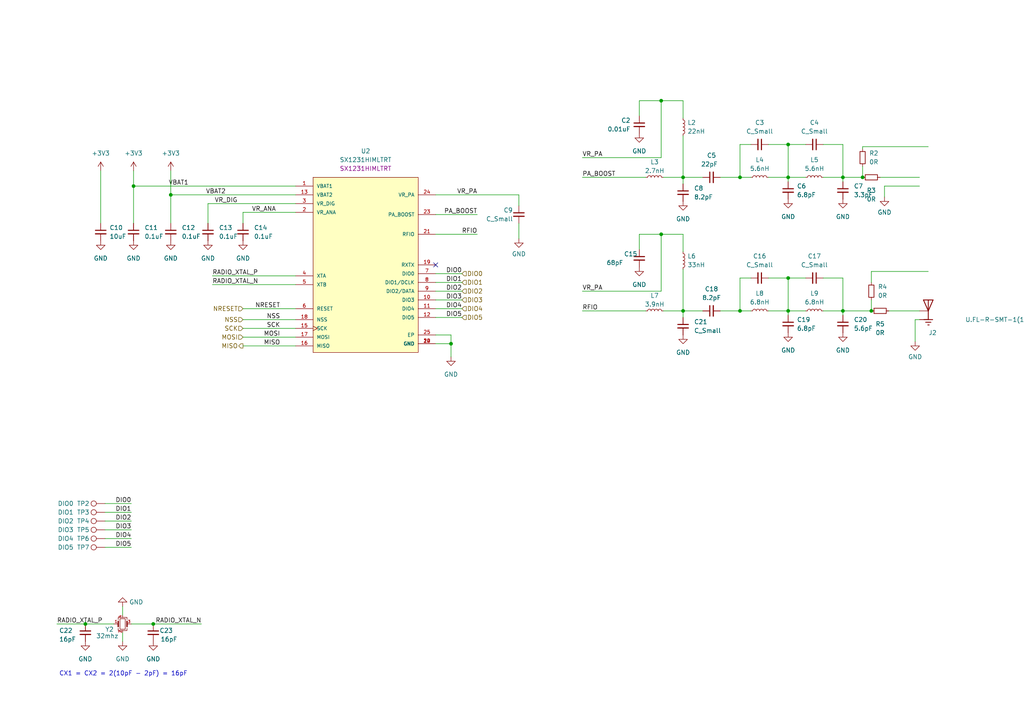
<source format=kicad_sch>
(kicad_sch (version 20211123) (generator eeschema)
  (paper "A4")
  (title_block (title "CAN RGB Controller") (date "2022-05-30") (rev "B") (company "cone.codes") (comment 1 "https://github.com/miata-bot/can-link"))
  (lib_symbols
    (symbol "ConeCodes:SX1231HIMLTRT" (pin_names (offset 1.016))
      (property "Reference" "U?" (at 0 33.02 0))
      (property "Value" "SX1231HIMLTRT" (at 0 30.48 0))
      (property "MPN" "SX1231HIMLTRT" (at 0 27.94 0))
      (symbol "SX1231HIMLTRT_0_0"
        (rectangle (start -15.24 -25.4) (end 15.24 25.4) (stroke (width 0.1524)) (fill (type background)))
        (pin power_in line (at -20.32 22.86 0) (length 5.08) (name "VBAT1") (number "1"))
        (pin bidirectional line (at 20.32 -10.16 180) (length 5.08) (name "DIO3") (number "10"))
        (pin bidirectional line (at 20.32 -12.7 180) (length 5.08) (name "DIO4") (number "11"))
        (pin bidirectional line (at 20.32 -15.24 180) (length 5.08) (name "DIO5") (number "12"))
        (pin power_in line (at -20.32 20.32 0) (length 5.08) (name "VBAT2") (number "13"))
        (pin power_in line (at 20.32 -22.86 180) (length 5.08) (name "GND") (number "14"))
        (pin input clock (at -20.32 -18.415 0) (length 5.08) (name "SCK") (number "15"))
        (pin output line (at -20.32 -23.495 0) (length 5.08) (name "MISO") (number "16"))
        (pin input line (at -20.32 -20.955 0) (length 5.08) (name "MOSI") (number "17"))
        (pin input line (at -20.32 -15.875 0) (length 5.08) (name "NSS") (number "18"))
        (pin output line (at 20.32 0 180) (length 5.08) (name "RXTX") (number "19"))
        (pin power_in line (at -20.32 15.24 0) (length 5.08) (name "VR_ANA") (number "2"))
        (pin power_in line (at 20.32 -22.86 180) (length 5.08) (name "GND") (number "20"))
        (pin bidirectional line (at 20.32 8.89 180) (length 5.08) (name "RFIO") (number "21"))
        (pin power_in line (at 20.32 -22.86 180) (length 5.08) (name "GND") (number "22"))
        (pin output line (at 20.32 14.605 180) (length 5.08) (name "PA_BOOST") (number "23"))
        (pin power_in line (at 20.32 20.32 180) (length 5.08) (name "VR_PA") (number "24"))
        (pin power_in line (at 20.32 -20.32 180) (length 5.08) (name "EP") (number "25"))
        (pin power_in line (at -20.32 17.78 0) (length 5.08) (name "VR_DIG") (number "3"))
        (pin bidirectional line (at -20.32 -3.175 0) (length 5.08) (name "XTA") (number "4"))
        (pin bidirectional line (at -20.32 -5.715 0) (length 5.08) (name "XTB") (number "5"))
        (pin bidirectional line (at -20.32 -12.7 0) (length 5.08) (name "RESET") (number "6"))
        (pin bidirectional line (at 20.32 -2.54 180) (length 5.08) (name "DIO0") (number "7"))
        (pin bidirectional line (at 20.32 -5.08 180) (length 5.08) (name "DIO1/DCLK") (number "8"))
        (pin bidirectional line (at 20.32 -7.62 180) (length 5.08) (name "DIO2/DATA") (number "9"))
      )
    )
    (symbol "Connector:TestPoint" (pin_numbers hide) (pin_names (offset 0.762) hide)
      (property "Reference" "TP" (at 0 6.858 0))
      (property "Value" "TestPoint" (at 0 5.08 0))
      (symbol "TestPoint_0_1"
        (circle (center 0 3.302) (radius 0.762))
      )
      (symbol "TestPoint_1_1"
        (pin passive line (at 0 0 90) (length 2.54) (name "1") (number "1"))
      )
    )
    (symbol "Device:C_Small" (pin_numbers hide) (pin_names (offset 0.254) hide)
      (property "Reference" "C" (at 0.254 1.778 0))
      (property "Value" "C_Small" (at 0.254 -2.032 0))
      (symbol "C_Small_0_1"
        (polyline (pts (xy -1.524 -0.508) (xy 1.524 -0.508)) (stroke (width 0.3302)))
        (polyline (pts (xy -1.524 0.508) (xy 1.524 0.508)) (stroke (width 0.3048)))
      )
      (symbol "C_Small_1_1"
        (pin passive line (at 0 2.54 270) (length 2.032) (name "~") (number "1"))
        (pin passive line (at 0 -2.54 90) (length 2.032) (name "~") (number "2"))
      )
    )
    (symbol "Device:Crystal_GND24_Small" (pin_names (offset 1.016) hide)
      (property "Reference" "Y" (at 1.27 4.445 0))
      (property "Value" "Crystal_GND24_Small" (at 1.27 2.54 0))
      (symbol "Crystal_GND24_Small_0_1"
        (rectangle (start -0.762 -1.524) (end 0.762 1.524))
        (polyline (pts (xy -1.27 -0.762) (xy -1.27 0.762)) (stroke (width 0.381)))
        (polyline (pts (xy 1.27 -0.762) (xy 1.27 0.762)) (stroke (width 0.381)))
        (polyline (pts (xy -1.27 -1.27) (xy -1.27 -1.905) (xy 1.27 -1.905) (xy 1.27 -1.27)))
        (polyline (pts (xy -1.27 1.27) (xy -1.27 1.905) (xy 1.27 1.905) (xy 1.27 1.27)))
      )
      (symbol "Crystal_GND24_Small_1_1"
        (pin passive line (at -2.54 0 0) (length 1.27) (name "1") (number "1"))
        (pin passive line (at 0 -2.54 90) (length 0.635) (name "2") (number "2"))
        (pin passive line (at 2.54 0 180) (length 1.27) (name "3") (number "3"))
        (pin passive line (at 0 2.54 270) (length 0.635) (name "4") (number "4"))
      )
    )
    (symbol "Device:L_Small" (pin_numbers hide) (pin_names (offset 0.254) hide)
      (property "Reference" "L" (at 0.762 1.016 0))
      (property "Value" "L_Small" (at 0.762 -1.016 0))
      (symbol "L_Small_0_1"
        (arc (start 0 -2.032) (mid 0.508 -1.524) (end 0 -1.016))
        (arc (start 0 -1.016) (mid 0.508 -0.508) (end 0 0))
        (arc (start 0 0) (mid 0.508 0.508) (end 0 1.016))
        (arc (start 0 1.016) (mid 0.508 1.524) (end 0 2.032))
      )
      (symbol "L_Small_1_1"
        (pin passive line (at 0 2.54 270) (length 0.508) (name "~") (number "1"))
        (pin passive line (at 0 -2.54 90) (length 0.508) (name "~") (number "2"))
      )
    )
    (symbol "Device:R_Small" (pin_numbers hide) (pin_names (offset 0.254) hide)
      (property "Reference" "R" (at 0.762 0.508 0))
      (property "Value" "R_Small" (at 0.762 -1.016 0))
      (symbol "R_Small_0_1"
        (rectangle (start -0.762 1.778) (end 0.762 -1.778) (stroke (width 0.2032)))
      )
      (symbol "R_Small_1_1"
        (pin passive line (at 0 2.54 270) (length 0.762) (name "~") (number "1"))
        (pin passive line (at 0 -2.54 90) (length 0.762) (name "~") (number "2"))
      )
    )
    (symbol "U.FL-R-SMT-1_10_:U.FL-R-SMT-1(10)" (pin_numbers hide) (pin_names (offset 1.016) hide)
      (property "Reference" "J" (at -2.54 5.08 0))
      (property "Value" "U.FL-R-SMT-1(10)" (at -2.667 -7.6454 0))
      (symbol "U.FL-R-SMT-1(10)_0_0"
        (polyline (pts (xy -1.397 3.175) (xy 0 3.175)) (stroke (width 0.254)))
        (polyline (pts (xy -0.762 -3.302) (xy 0.762 -3.302)) (stroke (width 0.254)))
        (polyline (pts (xy -0.127 -4.064) (xy 0.254 -4.064)) (stroke (width 0.254)))
        (polyline (pts (xy 0 -2.54) (xy -1.27 -2.54)) (stroke (width 0.254)))
        (polyline (pts (xy 0 -2.54) (xy 1.27 -2.54)) (stroke (width 0.254)))
        (polyline (pts (xy 0 0) (xy -1.397 3.175)) (stroke (width 0.254)))
        (polyline (pts (xy 0 0) (xy 0 -2.54)) (stroke (width 0.254)))
        (polyline (pts (xy 0 3.175) (xy 0 0)) (stroke (width 0.254)))
        (polyline (pts (xy 0 3.175) (xy 1.397 3.175)) (stroke (width 0.254)))
        (polyline (pts (xy 1.397 3.175) (xy 0 0)) (stroke (width 0.254)))
        (pin passive line (at -2.54 -2.54 0) (length 2.54) (name "~") (number "1"))
        (pin passive line (at -2.54 0 0) (length 2.54) (name "~") (number "2"))
        (pin passive line (at -2.54 -2.54 0) (length 2.54) (name "~") (number "3"))
      )
    )
    (symbol "power:+3V3" (power) (pin_names (offset 0))
      (property "Value" "+3V3" (at 0 3.556 0))
      (symbol "+3V3_0_1"
        (polyline (pts (xy -0.762 1.27) (xy 0 2.54)))
        (polyline (pts (xy 0 0) (xy 0 2.54)))
        (polyline (pts (xy 0 2.54) (xy 0.762 1.27)))
      )
      (symbol "+3V3_1_1"
        (pin power_in line (at 0 0 90) (length 0) hide (name "+3V3") (number "1"))
      )
    )
    (symbol "power:GND" (power) (pin_names (offset 0))
      (property "Value" "GND" (at 0 -3.81 0))
      (symbol "GND_0_1"
        (polyline (pts (xy 0 0) (xy 0 -1.27) (xy 1.27 -1.27) (xy 0 -2.54) (xy -1.27 -1.27) (xy 0 -1.27)))
      )
      (symbol "GND_1_1"
        (pin power_in line (at 0 0 270) (length 0) hide (name "GND") (number "1"))
      )
    )
  )
  (junction (at 244.475 90.17))
  (junction (at 244.475 51.435))
  (junction (at 49.53 56.515))
  (junction (at 191.77 29.21))
  (junction (at 198.12 90.17))
  (junction (at 44.45 180.975))
  (junction (at 252.73 90.17))
  (junction (at 191.77 67.945))
  (junction (at 38.735 53.975))
  (junction (at 250.19 51.435))
  (junction (at 228.6 90.17))
  (junction (at 24.765 180.975))
  (junction (at 228.6 51.435))
  (junction (at 228.6 41.91))
  (junction (at 130.81 99.695))
  (junction (at 214.63 51.435))
  (junction (at 214.63 90.17))
  (junction (at 198.12 51.435))
  (junction (at 228.6 80.645))
  (no_connect (at 126.365 76.835))
  (wire (pts (xy 185.42 67.945) (xy 185.42 72.39)))
  (wire (pts (xy 252.73 81.915) (xy 252.73 78.74)))
  (wire (pts (xy 214.63 90.17) (xy 217.805 90.17)))
  (wire (pts (xy 30.48 146.05) (xy 38.1 146.05)))
  (wire (pts (xy 250.19 48.26) (xy 250.19 51.435)))
  (wire (pts (xy 61.595 82.55) (xy 85.725 82.55)))
  (wire (pts (xy 191.77 67.945) (xy 191.77 84.455)))
  (wire (pts (xy 35.56 183.515) (xy 35.56 186.055)))
  (wire (pts (xy 255.27 51.435) (xy 266.7 51.435)))
  (wire (pts (xy 130.81 99.695) (xy 130.81 97.155)))
  (wire (pts (xy 150.495 59.69) (xy 150.495 56.515)))
  (wire (pts (xy 49.53 49.53) (xy 49.53 56.515)))
  (wire (pts (xy 244.475 51.435) (xy 250.19 51.435)))
  (wire (pts (xy 126.365 67.945) (xy 138.43 67.945)))
  (wire (pts (xy 126.365 81.915) (xy 133.985 81.915)))
  (wire (pts (xy 244.475 80.645) (xy 244.475 90.17)))
  (wire (pts (xy 70.485 97.79) (xy 85.725 97.79)))
  (wire (pts (xy 238.76 51.435) (xy 244.475 51.435)))
  (wire (pts (xy 44.45 180.975) (xy 58.42 180.975)))
  (wire (pts (xy 244.475 90.17) (xy 252.73 90.17)))
  (wire (pts (xy 168.91 45.72) (xy 191.77 45.72)))
  (wire (pts (xy 222.885 41.91) (xy 228.6 41.91)))
  (wire (pts (xy 70.485 89.535) (xy 85.725 89.535)))
  (wire (pts (xy 265.43 92.71) (xy 266.7 92.71)))
  (wire (pts (xy 168.91 90.17) (xy 187.325 90.17)))
  (wire (pts (xy 214.63 41.91) (xy 214.63 51.435)))
  (wire (pts (xy 85.725 61.595) (xy 70.485 61.595)))
  (wire (pts (xy 256.54 53.975) (xy 256.54 57.15)))
  (wire (pts (xy 24.765 180.975) (xy 33.02 180.975)))
  (wire (pts (xy 238.76 41.91) (xy 244.475 41.91)))
  (wire (pts (xy 192.405 51.435) (xy 198.12 51.435)))
  (wire (pts (xy 208.915 90.17) (xy 214.63 90.17)))
  (wire (pts (xy 265.43 92.71) (xy 265.43 99.06)))
  (wire (pts (xy 250.19 42.545) (xy 250.19 43.18)))
  (wire (pts (xy 185.42 29.21) (xy 185.42 33.655)))
  (wire (pts (xy 228.6 41.91) (xy 228.6 51.435)))
  (wire (pts (xy 222.885 80.645) (xy 228.6 80.645)))
  (wire (pts (xy 198.12 90.17) (xy 198.12 92.075)))
  (wire (pts (xy 198.12 34.29) (xy 198.12 29.21)))
  (wire (pts (xy 238.76 90.17) (xy 244.475 90.17)))
  (wire (pts (xy 256.54 53.975) (xy 266.7 53.975)))
  (wire (pts (xy 228.6 51.435) (xy 233.68 51.435)))
  (wire (pts (xy 252.73 86.995) (xy 252.73 90.17)))
  (wire (pts (xy 228.6 41.91) (xy 233.68 41.91)))
  (wire (pts (xy 70.485 61.595) (xy 70.485 64.77)))
  (wire (pts (xy 269.24 42.545) (xy 250.19 42.545)))
  (wire (pts (xy 49.53 56.515) (xy 49.53 64.77)))
  (wire (pts (xy 228.6 90.17) (xy 233.68 90.17)))
  (wire (pts (xy 168.91 51.435) (xy 187.325 51.435)))
  (wire (pts (xy 222.885 90.17) (xy 228.6 90.17)))
  (wire (pts (xy 257.81 90.17) (xy 266.7 90.17)))
  (wire (pts (xy 85.725 59.055) (xy 60.325 59.055)))
  (wire (pts (xy 198.12 90.17) (xy 203.835 90.17)))
  (wire (pts (xy 35.56 175.895) (xy 35.56 178.435)))
  (wire (pts (xy 70.485 92.71) (xy 85.725 92.71)))
  (wire (pts (xy 217.805 80.645) (xy 214.63 80.645)))
  (wire (pts (xy 30.48 158.75) (xy 38.1 158.75)))
  (wire (pts (xy 198.12 51.435) (xy 198.12 53.34)))
  (wire (pts (xy 126.365 79.375) (xy 133.985 79.375)))
  (wire (pts (xy 198.12 51.435) (xy 203.835 51.435)))
  (wire (pts (xy 126.365 89.535) (xy 133.985 89.535)))
  (wire (pts (xy 126.365 99.695) (xy 130.81 99.695)))
  (wire (pts (xy 70.485 95.25) (xy 85.725 95.25)))
  (wire (pts (xy 198.12 39.37) (xy 198.12 51.435)))
  (wire (pts (xy 60.325 59.055) (xy 60.325 64.77)))
  (wire (pts (xy 30.48 153.67) (xy 38.1 153.67)))
  (wire (pts (xy 191.77 67.945) (xy 185.42 67.945)))
  (wire (pts (xy 244.475 90.17) (xy 244.475 91.44)))
  (wire (pts (xy 208.915 51.435) (xy 214.63 51.435)))
  (wire (pts (xy 222.885 51.435) (xy 228.6 51.435)))
  (wire (pts (xy 16.51 180.975) (xy 24.765 180.975)))
  (wire (pts (xy 252.73 78.74) (xy 269.24 78.74)))
  (wire (pts (xy 198.12 78.105) (xy 198.12 90.17)))
  (wire (pts (xy 192.405 90.17) (xy 198.12 90.17)))
  (wire (pts (xy 70.485 100.33) (xy 85.725 100.33)))
  (wire (pts (xy 214.63 51.435) (xy 217.805 51.435)))
  (wire (pts (xy 38.735 53.975) (xy 38.735 64.77)))
  (wire (pts (xy 130.81 97.155) (xy 126.365 97.155)))
  (wire (pts (xy 49.53 56.515) (xy 85.725 56.515)))
  (wire (pts (xy 38.735 49.53) (xy 38.735 53.975)))
  (wire (pts (xy 30.48 151.13) (xy 38.1 151.13)))
  (wire (pts (xy 198.12 29.21) (xy 191.77 29.21)))
  (wire (pts (xy 38.1 180.975) (xy 44.45 180.975)))
  (wire (pts (xy 150.495 64.77) (xy 150.495 69.215)))
  (wire (pts (xy 228.6 90.17) (xy 228.6 91.44)))
  (wire (pts (xy 126.365 56.515) (xy 150.495 56.515)))
  (wire (pts (xy 29.21 49.53) (xy 29.21 64.77)))
  (wire (pts (xy 168.91 84.455) (xy 191.77 84.455)))
  (wire (pts (xy 38.735 53.975) (xy 85.725 53.975)))
  (wire (pts (xy 126.365 86.995) (xy 133.985 86.995)))
  (wire (pts (xy 244.475 51.435) (xy 244.475 52.705)))
  (wire (pts (xy 191.77 29.21) (xy 191.77 45.72)))
  (wire (pts (xy 244.475 41.91) (xy 244.475 51.435)))
  (wire (pts (xy 30.48 156.21) (xy 38.1 156.21)))
  (wire (pts (xy 130.81 103.505) (xy 130.81 99.695)))
  (wire (pts (xy 217.805 41.91) (xy 214.63 41.91)))
  (wire (pts (xy 198.12 73.025) (xy 198.12 67.945)))
  (wire (pts (xy 198.12 67.945) (xy 191.77 67.945)))
  (wire (pts (xy 228.6 51.435) (xy 228.6 52.705)))
  (wire (pts (xy 228.6 80.645) (xy 228.6 90.17)))
  (wire (pts (xy 30.48 148.59) (xy 38.1 148.59)))
  (wire (pts (xy 228.6 80.645) (xy 233.68 80.645)))
  (wire (pts (xy 214.63 80.645) (xy 214.63 90.17)))
  (wire (pts (xy 191.77 29.21) (xy 185.42 29.21)))
  (wire (pts (xy 61.595 80.01) (xy 85.725 80.01)))
  (wire (pts (xy 126.365 92.075) (xy 133.985 92.075)))
  (wire (pts (xy 238.76 80.645) (xy 244.475 80.645)))
  (wire (pts (xy 126.365 84.455) (xy 133.985 84.455)))
  (wire (pts (xy 126.365 62.23) (xy 138.43 62.23)))
  (text "CX1 = CX2 = 2(10pF - 2pF) = 16pF" (at 17.145 196.215 0) (effects (font (size 1.27 1.27)) (justify left bottom)))
  (label "DIO2" (at 38.1 151.13 180))
  (label "DIO3" (at 133.985 86.995 180))
  (label "DIO5" (at 133.985 92.075 180))
  (label "RADIO_XTAL_P" (at 16.51 180.975 0))
  (label "DIO2" (at 133.985 84.455 180))
  (label "DIO1" (at 133.985 81.915 180))
  (label "DIO1" (at 38.1 148.59 180))
  (label "NSS" (at 81.28 92.71 180))
  (label "DIO4" (at 133.985 89.535 180))
  (label "DIO0" (at 133.985 79.375 180))
  (label "PA_BOOST" (at 168.91 51.435 0))
  (label "PA_BOOST" (at 138.43 62.23 180))
  (label "DIO4" (at 38.1 156.21 180))
  (label "DIO5" (at 38.1 158.75 180))
  (label "RFIO" (at 138.43 67.945 180))
  (label "MISO" (at 81.28 100.33 180))
  (label "VR_PA" (at 138.43 56.515 180))
  (label "SCK" (at 81.28 95.25 180))
  (label "RADIO_XTAL_N" (at 61.595 82.55 0))
  (label "RADIO_XTAL_P" (at 61.595 80.01 0))
  (label "DIO0" (at 38.1 146.05 180))
  (label "MOSI" (at 81.28 97.79 180))
  (label "VR_PA" (at 168.91 45.72 0))
  (label "NRESET" (at 81.28 89.535 180))
  (label "VR_ANA" (at 73.025 61.595 0))
  (label "RADIO_XTAL_N" (at 58.42 180.975 180))
  (label "VR_PA" (at 168.91 84.455 0))
  (label "VR_DIG" (at 62.23 59.055 0))
  (label "RFIO" (at 168.91 90.17 0))
  (label "DIO3" (at 38.1 153.67 180))
  (label "VBAT1" (at 48.895 53.975 0))
  (label "VBAT2" (at 59.69 56.515 0))
  (hierarchical_label "SCK" (shape input) (at 70.485 95.25 180))
  (hierarchical_label "DIO4" (shape input) (at 133.985 89.535 0))
  (hierarchical_label "MOSI" (shape input) (at 70.485 97.79 180))
  (hierarchical_label "DIO1" (shape input) (at 133.985 81.915 0))
  (hierarchical_label "DIO0" (shape input) (at 133.985 79.375 0))
  (hierarchical_label "MISO" (shape output) (at 70.485 100.33 180))
  (hierarchical_label "NSS" (shape input) (at 70.485 92.71 180))
  (hierarchical_label "DIO5" (shape input) (at 133.985 92.075 0))
  (hierarchical_label "NRESET" (shape input) (at 70.485 89.535 180))
  (hierarchical_label "DIO2" (shape input) (at 133.985 84.455 0))
  (hierarchical_label "DIO3" (shape input) (at 133.985 86.995 0))
  (symbol (lib_id "Device:L_Small") (at 198.12 36.83 0) (unit 1)
    (property "Reference" "L2" (at 199.39 35.5599 0) (effects (justify left)))
    (property "Value" "22nH" (at 199.39 38.0999 0) (effects (justify left)))
    (property "Footprint" "Inductor_SMD:L_0402_1005Metric" (effects hide))
    (property "Description" "Wirewound Inductor ±5%" (effects hide))
    (property "MPN" "LQW15AN22NG00D" (effects hide))
  )
  (symbol (lib_id "Device:C_Small") (at 244.475 93.98 0) (unit 1)
    (property "Reference" "C20" (at 247.65 92.7162 0) (effects (justify left)))
    (property "Value" "5.6pF" (at 247.65 95.2562 0) (effects (justify left)))
    (property "Footprint" "Capacitor_SMD:C_0402_1005Metric" (effects hide))
    (property "Description" "CAP CER 5.6PF 50V C0G/NP0 0402" (effects hide))
    (property "MPN" "CL05C5R6DB5NNNC" (effects hide))
  )
  (symbol (lib_id "Device:C_Small") (at 220.345 41.91 270) (unit 1)
    (property "Reference" "C3" (at 220.3386 35.56 90))
    (property "Value" "C_Small" (at 220.3386 38.1 90))
    (property "Footprint" "Capacitor_SMD:C_0402_1005Metric" (effects hide))
  )
  (symbol (lib_id "power:+3V3") (at 49.53 49.53 0) (unit 1)
    (property "Reference" "#PWR05" (effects hide))
    (property "Value" "+3V3" (at 49.53 44.45 0))
  )
  (symbol (lib_id "power:GND") (at 24.765 186.055 0) (unit 1)
    (property "Reference" "#PWR023" (effects hide))
    (property "Value" "GND" (at 24.765 191.135 0))
  )
  (symbol (lib_id "Device:C_Small") (at 44.45 183.515 0) (mirror y) (unit 1)
    (property "Reference" "C23" (at 50.165 182.8862 0) (effects (justify left)))
    (property "Value" "16pF" (at 51.435 185.4262 0) (effects (justify left)))
    (property "Footprint" "Capacitor_SMD:C_0402_1005Metric" (effects hide))
    (property "Description" "CAP CER 16PF 50V NP0 0402" (effects hide))
    (property "MPN" "GCM1555C1H160JA16D" (effects hide))
  )
  (symbol (lib_id "Device:C_Small") (at 228.6 55.245 0) (unit 1)
    (property "Reference" "C6" (at 231.14 53.9812 0) (effects (justify left)))
    (property "Value" "6.8pF" (at 231.14 56.5212 0) (effects (justify left)))
    (property "Footprint" "Capacitor_SMD:C_0402_1005Metric" (effects hide))
    (property "Description" "CAP CER 6.8PF 50V C0G/NP0 0402" (effects hide))
    (property "MPN" "C0402C689D5GAC7867" (effects hide))
  )
  (symbol (lib_id "power:GND") (at 256.54 57.15 0) (unit 1)
    (property "Reference" "#PWR06" (effects hide))
    (property "Value" "GND" (at 256.54 61.595 0))
  )
  (symbol (lib_id "Device:C_Small") (at 70.485 67.31 0) (unit 1)
    (property "Reference" "C14" (at 73.66 66.0462 0) (effects (justify left)))
    (property "Value" "0.1uF" (at 73.66 68.5862 0) (effects (justify left)))
    (property "Footprint" "Capacitor_SMD:C_0402_1005Metric" (effects hide))
    (property "Description" "CAP CER 0.1UF 25V X7R" (effects hide))
    (property "MPN" "0402B104K250HI" (effects hide))
  )
  (symbol (lib_id "power:GND") (at 228.6 57.785 0) (unit 1)
    (property "Reference" "#PWR07" (effects hide))
    (property "Value" "GND" (at 228.6 62.865 0))
  )
  (symbol (lib_id "Device:L_Small") (at 236.22 51.435 90) (unit 1)
    (property "Reference" "L5" (at 236.22 46.355 90))
    (property "Value" "5.6nH" (at 236.22 48.895 90))
    (property "Footprint" "Inductor_SMD:L_0402_1005Metric" (effects hide))
    (property "Description" "Wirewound Inductor ±0.2nH" (effects hide))
    (property "MPN" "LQW15AN5N6C10D" (effects hide))
  )
  (symbol (lib_id "power:GND") (at 185.42 77.47 0) (unit 1)
    (property "Reference" "#PWR016" (effects hide))
    (property "Value" "GND" (at 185.42 82.55 0))
  )
  (symbol (lib_id "Device:C_Small") (at 60.325 67.31 0) (unit 1)
    (property "Reference" "C13" (at 63.5 66.0462 0) (effects (justify left)))
    (property "Value" "0.1uF" (at 63.5 68.5862 0) (effects (justify left)))
    (property "Footprint" "Capacitor_SMD:C_0402_1005Metric" (effects hide))
    (property "Description" "CAP CER 0.1UF 25V X7R" (effects hide))
    (property "MPN" "0402B104K250HI" (effects hide))
  )
  (symbol (lib_id "power:GND") (at 228.6 96.52 0) (unit 1)
    (property "Reference" "#PWR017" (effects hide))
    (property "Value" "GND" (at 228.6 101.6 0))
  )
  (symbol (lib_id "power:GND") (at 44.45 186.055 0) (unit 1)
    (property "Reference" "#PWR025" (effects hide))
    (property "Value" "GND" (at 44.45 191.135 0))
  )
  (symbol (lib_id "Device:C_Small") (at 236.22 41.91 270) (unit 1)
    (property "Reference" "C4" (at 236.2136 35.56 90))
    (property "Value" "C_Small" (at 236.2136 38.1 90))
    (property "Footprint" "Capacitor_SMD:C_0402_1005Metric" (effects hide))
  )
  (symbol (lib_id "U.FL-R-SMT-1_10_:U.FL-R-SMT-1(10)") (at 269.24 90.17 0) (unit 1) (in_bom no)
    (property "Reference" "J2" (at 270.51 96.52 0))
    (property "Value" "U.FL-R-SMT-1(10)" (at 289.56 92.71 0))
    (property "Footprint" "ConeCodes:HRS_U.FL-R-SMT-1(10)" (effects hide))
    (property "MPN" "U.FL-R-SMT-1(10)" (effects hide))
    (property "Description" "RF Connectors / Coaxial Connectors SMT ML REC AU 50 OHM W/ANTI SLDR WCKNG R" (effects hide))
  )
  (symbol (lib_id "Device:C_Small") (at 206.375 51.435 90) (unit 1)
    (property "Reference" "C5" (at 206.3813 45.085 90))
    (property "Value" "22pF" (at 205.7463 47.625 90))
    (property "Footprint" "Capacitor_SMD:C_0402_1005Metric" (effects hide))
    (property "Description" "CAP CER 22PF 50V C0G/NP0 0402" (effects hide))
    (property "MPN" "GRM1555C1H220JA01D" (effects hide))
  )
  (symbol (lib_id "power:GND") (at 29.21 69.85 0) (unit 1)
    (property "Reference" "#PWR011" (effects hide))
    (property "Value" "GND" (at 29.21 74.93 0))
  )
  (symbol (lib_id "power:GND") (at 49.53 69.85 0) (unit 1)
    (property "Reference" "#PWR013" (effects hide))
    (property "Value" "GND" (at 49.53 74.93 0))
  )
  (symbol (lib_id "power:GND") (at 38.735 69.85 0) (unit 1)
    (property "Reference" "#PWR012" (effects hide))
    (property "Value" "GND" (at 38.735 74.93 0))
  )
  (symbol (lib_id "power:+3V3") (at 38.735 49.53 0) (unit 1)
    (property "Reference" "#PWR04" (effects hide))
    (property "Value" "+3V3" (at 38.735 44.45 0))
  )
  (symbol (lib_id "Device:L_Small") (at 189.865 90.17 90) (unit 1)
    (property "Reference" "L7" (at 189.865 85.725 90))
    (property "Value" "3.9nH" (at 189.865 88.265 90))
    (property "Footprint" "Inductor_SMD:L_0402_1005Metric" (effects hide))
    (property "Description" "Wirewound Inductor ±0.2nH" (effects hide))
    (property "MPN" "LQW15AN3N9C00D" (effects hide))
  )
  (symbol (lib_id "power:GND") (at 35.56 175.895 180) (unit 1)
    (property "Reference" "#PWR022" (effects hide))
    (property "Value" "GND" (at 37.465 174.6249 0) (effects (justify right)))
  )
  (symbol (lib_id "Device:C_Small") (at 185.42 74.93 0) (unit 1)
    (property "Reference" "C15" (at 180.975 73.6662 0) (effects (justify left)))
    (property "Value" "68pF" (at 175.895 76.2062 0) (effects (justify left)))
    (property "Footprint" "Capacitor_SMD:C_0402_1005Metric" (effects hide))
    (property "Description" "68 pF ±5% 50V Ceramic Capacitor C0G, NP0 0402 (1005 Metric)" (effects hide))
    (property "MPN" "GRM1555C1H680JA01D" (effects hide))
  )
  (symbol (lib_id "Device:L_Small") (at 189.865 51.435 90) (unit 1)
    (property "Reference" "L3" (at 189.865 46.99 90))
    (property "Value" "2.7nH" (at 189.865 49.53 90))
    (property "Footprint" "Inductor_SMD:L_0402_1005Metric" (effects hide))
    (property "Description" "Wirewound Inductor ±0.5nH" (effects hide))
    (property "MPN" "LQW15AN2N7D00D" (effects hide))
  )
  (symbol (lib_id "Device:L_Small") (at 220.345 51.435 90) (unit 1)
    (property "Reference" "L4" (at 220.345 46.355 90))
    (property "Value" "5.6nH" (at 220.345 48.895 90))
    (property "Footprint" "Inductor_SMD:L_0402_1005Metric" (effects hide))
    (property "Description" "Wirewound Inductor ±0.2nH" (effects hide))
    (property "MPN" "LQW15AN5N6C10D" (effects hide))
  )
  (symbol (lib_id "Connector:TestPoint") (at 30.48 151.13 90) (unit 1)
    (property "Reference" "TP4" (at 24.13 151.13 90))
    (property "Value" "DIO2" (at 19.05 151.13 90))
    (property "Footprint" "TestPoint:TestPoint_Pad_D1.0mm" (effects hide))
  )
  (symbol (lib_id "Device:C_Small") (at 198.12 55.88 0) (unit 1)
    (property "Reference" "C8" (at 201.295 54.6162 0) (effects (justify left)))
    (property "Value" "8.2pF" (at 201.295 57.1562 0) (effects (justify left)))
    (property "Footprint" "Capacitor_SMD:C_0402_1005Metric" (effects hide))
    (property "Description" "CAP CER 8.2PF 50V C0G/NP0 0402" (effects hide))
    (property "MPN" "04025A8R2DAT2A" (effects hide))
  )
  (symbol (lib_id "Device:C_Small") (at 228.6 93.98 0) (unit 1)
    (property "Reference" "C19" (at 231.14 92.7162 0) (effects (justify left)))
    (property "Value" "6.8pF" (at 231.14 95.2562 0) (effects (justify left)))
    (property "Footprint" "Capacitor_SMD:C_0402_1005Metric" (effects hide))
    (property "Description" "CAP CER 6.8PF 50V C0G/NP0 0402" (effects hide))
    (property "MPN" "C0402C689D5GAC7867" (effects hide))
  )
  (symbol (lib_id "Device:L_Small") (at 236.22 90.17 90) (unit 1)
    (property "Reference" "L9" (at 236.22 85.09 90))
    (property "Value" "6.8nH" (at 236.22 87.63 90))
    (property "Footprint" "Inductor_SMD:L_0402_1005Metric" (effects hide))
    (property "Description" "Wirewound Inductor ±5%" (effects hide))
    (property "MPN" "LQW15AN6N8J00D" (effects hide))
  )
  (symbol (lib_id "power:+3V3") (at 29.21 49.53 0) (unit 1)
    (property "Reference" "#PWR03" (effects hide))
    (property "Value" "+3V3" (at 29.21 44.45 0))
  )
  (symbol (lib_id "Device:Crystal_GND24_Small") (at 35.56 180.975 0) (unit 1)
    (property "Reference" "Y2" (at 31.75 182.5498 0))
    (property "Value" "32mhz" (at 31.115 184.4548 0))
    (property "Footprint" "Crystal:Crystal_SMD_2520-4Pin_2.5x2.0mm" (effects hide))
    (property "Datasheet" "https://media.digikey.com/pdf/Data%20Sheets/NDK%20PDFs/NX2520SA_16-48MHZ.pdf" (effects hide))
    (property "MPN" "NX2520SA-32.000000MHZ" (effects hide))
    (property "Description" "CRYSTAL 32.0000MHZ 10PF SMD" (effects hide))
  )
  (symbol (lib_id "Device:C_Small") (at 49.53 67.31 0) (unit 1)
    (property "Reference" "C12" (at 52.705 66.0462 0) (effects (justify left)))
    (property "Value" "0.1uF" (at 52.705 68.5862 0) (effects (justify left)))
    (property "Footprint" "Capacitor_SMD:C_0402_1005Metric" (effects hide))
    (property "Description" "CAP CER 0.1UF 25V X7R" (effects hide))
    (property "MPN" "0402B104K250HI" (effects hide))
  )
  (symbol (lib_id "power:GND") (at 130.81 103.505 0) (unit 1)
    (property "Reference" "#PWR021" (effects hide))
    (property "Value" "GND" (at 130.81 108.585 0))
  )
  (symbol (lib_id "Device:C_Small") (at 198.12 94.615 0) (unit 1)
    (property "Reference" "C21" (at 201.295 93.3512 0) (effects (justify left)))
    (property "Value" "C_Small" (at 201.295 95.8912 0) (effects (justify left)))
    (property "Footprint" "Capacitor_SMD:C_0402_1005Metric" (effects hide))
  )
  (symbol (lib_id "Connector:TestPoint") (at 30.48 156.21 90) (unit 1)
    (property "Reference" "TP6" (at 24.13 156.21 90))
    (property "Value" "DIO4" (at 19.05 156.21 90))
    (property "Footprint" "TestPoint:TestPoint_Pad_D1.0mm" (effects hide))
  )
  (symbol (lib_id "Device:C_Small") (at 220.345 80.645 270) (unit 1)
    (property "Reference" "C16" (at 220.3386 74.295 90))
    (property "Value" "C_Small" (at 220.3386 76.835 90))
    (property "Footprint" "Capacitor_SMD:C_0402_1005Metric" (effects hide))
  )
  (symbol (lib_id "Connector:TestPoint") (at 30.48 158.75 90) (unit 1)
    (property "Reference" "TP7" (at 24.13 158.75 90))
    (property "Value" "DIO5" (at 19.05 158.75 90))
    (property "Footprint" "TestPoint:TestPoint_Pad_D1.0mm" (effects hide))
  )
  (symbol (lib_id "Device:R_Small") (at 252.73 84.455 0) (unit 1)
    (property "Reference" "R4" (at 254.635 83.1849 0) (effects (justify left)))
    (property "Value" "0R" (at 254.635 85.7249 0) (effects (justify left)))
    (property "Footprint" "Resistor_SMD:R_0402_1005Metric" (effects hide))
    (property "Description" "RES SMD 0 OHM JUMPER 1/16W 0402" (effects hide))
    (property "MPN" "RC0402JR-070RP" (effects hide))
  )
  (symbol (lib_id "power:GND") (at 185.42 38.735 0) (unit 1)
    (property "Reference" "#PWR02" (effects hide))
    (property "Value" "GND" (at 185.42 43.815 0))
  )
  (symbol (lib_id "Device:C_Small") (at 244.475 55.245 0) (unit 1)
    (property "Reference" "C7" (at 247.65 53.9812 0) (effects (justify left)))
    (property "Value" "3.3pF" (at 247.65 56.5212 0) (effects (justify left)))
    (property "Footprint" "Capacitor_SMD:C_0402_1005Metric" (effects hide))
    (property "Description" "CAP CER 3.3PF 50V C0G/NPO 0402" (effects hide))
    (property "MPN" "CC0402CRNPO9BN3R3" (effects hide))
  )
  (symbol (lib_id "Device:L_Small") (at 198.12 75.565 0) (unit 1)
    (property "Reference" "L6" (at 199.39 74.2949 0) (effects (justify left)))
    (property "Value" "33nH" (at 199.39 76.8349 0) (effects (justify left)))
    (property "Footprint" "Inductor_SMD:L_0402_1005Metric" (effects hide))
    (property "Description" "Wirewound Inductor ±5%" (effects hide))
    (property "MPN" "LQW15AN33NJ00D" (effects hide))
  )
  (symbol (lib_id "Device:R_Small") (at 255.27 90.17 90) (unit 1)
    (property "Reference" "R5" (at 255.27 93.98 90))
    (property "Value" "0R" (at 255.27 96.52 90))
    (property "Footprint" "Resistor_SMD:R_0402_1005Metric" (effects hide))
    (property "Description" "RES SMD 0 OHM JUMPER 1/16W 0402" (effects hide))
    (property "MPN" "RC0402JR-070RP" (effects hide))
  )
  (symbol (lib_id "Device:C_Small") (at 185.42 36.195 0) (unit 1)
    (property "Reference" "C2" (at 182.88 34.9312 0) (effects (justify right)))
    (property "Value" "0.01uF" (at 182.88 37.4712 0) (effects (justify right)))
    (property "Footprint" "Capacitor_SMD:C_0402_1005Metric" (effects hide))
    (property "Description" "CAP CER 0402 10NF 50V X7R 20%" (effects hide))
    (property "MPN" "C0402C103M5RECAUTO" (effects hide))
  )
  (symbol (lib_id "Connector:TestPoint") (at 30.48 148.59 90) (unit 1)
    (property "Reference" "TP3" (at 24.13 148.59 90))
    (property "Value" "DIO1" (at 19.05 148.59 90))
    (property "Footprint" "TestPoint:TestPoint_Pad_D1.0mm" (effects hide))
  )
  (symbol (lib_id "Connector:TestPoint") (at 30.48 146.05 90) (unit 1)
    (property "Reference" "TP2" (at 24.13 146.05 90))
    (property "Value" "DIO0" (at 19.05 146.05 90))
    (property "Footprint" "TestPoint:TestPoint_Pad_D1.0mm" (effects hide))
  )
  (symbol (lib_id "power:GND") (at 244.475 57.785 0) (unit 1)
    (property "Reference" "#PWR08" (effects hide))
    (property "Value" "GND" (at 244.475 62.865 0))
  )
  (symbol (lib_id "Device:C_Small") (at 24.765 183.515 0) (unit 1)
    (property "Reference" "C22" (at 17.145 182.8862 0) (effects (justify left)))
    (property "Value" "16pF" (at 17.145 185.4262 0) (effects (justify left)))
    (property "Footprint" "Capacitor_SMD:C_0402_1005Metric" (effects hide))
    (property "Description" "CAP CER 16PF 50V NP0 0402" (effects hide))
    (property "MPN" "GCM1555C1H160JA16D" (effects hide))
  )
  (symbol (lib_id "Device:R_Small") (at 252.73 51.435 90) (unit 1)
    (property "Reference" "R3" (at 252.73 55.245 90))
    (property "Value" "0R" (at 252.73 57.785 90))
    (property "Footprint" "Resistor_SMD:R_0402_1005Metric" (effects hide))
    (property "Description" "RES SMD 0 OHM JUMPER 1/16W 0402" (effects hide))
    (property "MPN" "RC0402JR-070RP" (effects hide))
  )
  (symbol (lib_id "power:GND") (at 198.12 97.155 0) (unit 1)
    (property "Reference" "#PWR019" (effects hide))
    (property "Value" "GND" (at 198.12 102.235 0))
  )
  (symbol (lib_id "Device:C_Small") (at 236.22 80.645 270) (unit 1)
    (property "Reference" "C17" (at 236.2136 74.295 90))
    (property "Value" "C_Small" (at 236.2136 76.835 90))
    (property "Footprint" "Capacitor_SMD:C_0402_1005Metric" (effects hide))
  )
  (symbol (lib_id "Device:C_Small") (at 38.735 67.31 0) (unit 1)
    (property "Reference" "C11" (at 41.91 66.0462 0) (effects (justify left)))
    (property "Value" "0.1uF" (at 41.91 68.5862 0) (effects (justify left)))
    (property "Footprint" "Capacitor_SMD:C_0402_1005Metric" (effects hide))
    (property "Description" "CAP CER 0.1UF 25V X7R" (effects hide))
    (property "MPN" "0402B104K250HI" (effects hide))
  )
  (symbol (lib_id "power:GND") (at 150.495 69.215 0) (unit 1)
    (property "Reference" "#PWR010" (effects hide))
    (property "Value" "GND" (at 150.495 73.66 0))
  )
  (symbol (lib_id "Device:R_Small") (at 250.19 45.72 0) (unit 1)
    (property "Reference" "R2" (at 252.095 44.4499 0) (effects (justify left)))
    (property "Value" "0R" (at 252.095 46.9899 0) (effects (justify left)))
    (property "Footprint" "Resistor_SMD:R_0402_1005Metric" (effects hide))
    (property "Description" "RES SMD 0 OHM JUMPER 1/16W 0402" (effects hide))
    (property "MPN" "RC0402JR-070RP" (effects hide))
  )
  (symbol (lib_id "Device:C_Small") (at 29.21 67.31 0) (unit 1)
    (property "Reference" "C10" (at 31.75 66.0462 0) (effects (justify left)))
    (property "Value" "10uF" (at 31.75 68.5862 0) (effects (justify left)))
    (property "Footprint" "Capacitor_SMD:C_0805_2012Metric" (effects hide))
    (property "Description" "CAP CER 10UF 10V 0805" (effects hide))
    (property "MPN" "GRT21BC81A106KE01L" (effects hide))
  )
  (symbol (lib_id "power:GND") (at 265.43 99.06 0) (unit 1)
    (property "Reference" "#PWR020" (effects hide))
    (property "Value" "GND" (at 265.43 103.505 0))
  )
  (symbol (lib_id "power:GND") (at 70.485 69.85 0) (unit 1)
    (property "Reference" "#PWR015" (effects hide))
    (property "Value" "GND" (at 70.485 74.93 0))
  )
  (symbol (lib_id "power:GND") (at 198.12 58.42 0) (unit 1)
    (property "Reference" "#PWR09" (effects hide))
    (property "Value" "GND" (at 198.12 63.5 0))
  )
  (symbol (lib_id "Device:C_Small") (at 206.375 90.17 90) (unit 1)
    (property "Reference" "C18" (at 206.3813 83.82 90))
    (property "Value" "8.2pF" (at 206.3813 86.36 90))
    (property "Footprint" "Capacitor_SMD:C_0402_1005Metric" (effects hide))
    (property "Description" "CAP CER 8.2PF 50V C0G/NP0 0402" (effects hide))
    (property "MPN" "04025A8R2DAT2A" (effects hide))
  )
  (symbol (lib_id "power:GND") (at 35.56 186.055 0) (unit 1)
    (property "Reference" "#PWR024" (effects hide))
    (property "Value" "GND" (at 35.56 191.135 0))
  )
  (symbol (lib_id "power:GND") (at 60.325 69.85 0) (unit 1)
    (property "Reference" "#PWR014" (effects hide))
    (property "Value" "GND" (at 60.325 74.93 0))
  )
  (symbol (lib_id "Device:C_Small") (at 150.495 62.23 0) (unit 1)
    (property "Reference" "C9" (at 146.05 60.9662 0) (effects (justify left)))
    (property "Value" "C_Small" (at 140.97 63.5062 0) (effects (justify left)))
    (property "Footprint" "Capacitor_SMD:C_0402_1005Metric" (effects hide))
  )
  (symbol (lib_id "ConeCodes:SX1231HIMLTRT") (at 106.045 76.835 0) (unit 1)
    (property "Reference" "U2" (at 106.045 43.815 0))
    (property "Value" "SX1231HIMLTRT" (at 106.045 46.355 0))
    (property "Footprint" "Package_DFN_QFN:QFN-24-1EP_5x5mm_P0.65mm_EP3.4x3.4mm_ThermalVias" (effects hide))
    (property "Datasheet" "https://semtech.my.salesforce.com/sfc/p/#E0000000JelG/a/44000000MDkO/lWPNMeJClEs8Zvyu7AlDlKSyZqhYdVpQzFLVfUp.EXs" (effects hide))
    (property "MPN" "SX1231HIMLTRT" (at 106.045 48.895 0))
    (property "Description" "IC RF TXRX ISM<1GHZ 24VQFN" (effects hide))
  )
  (symbol (lib_id "power:GND") (at 244.475 96.52 0) (unit 1)
    (property "Reference" "#PWR018" (effects hide))
    (property "Value" "GND" (at 244.475 101.6 0))
  )
  (symbol (lib_id "Connector:TestPoint") (at 30.48 153.67 90) (unit 1)
    (property "Reference" "TP5" (at 24.13 153.67 90))
    (property "Value" "DIO3" (at 19.05 153.67 90))
    (property "Footprint" "TestPoint:TestPoint_Pad_D1.0mm" (effects hide))
  )
  (symbol (lib_id "Device:L_Small") (at 220.345 90.17 90) (unit 1)
    (property "Reference" "L8" (at 220.345 85.09 90))
    (property "Value" "6.8nH" (at 220.345 87.63 90))
    (property "Footprint" "Inductor_SMD:L_0402_1005Metric" (effects hide))
    (property "Description" "Wirewound Inductor ±5%" (effects hide))
    (property "MPN" "LQW15AN6N8J00D" (effects hide))
  )
)
</source>
